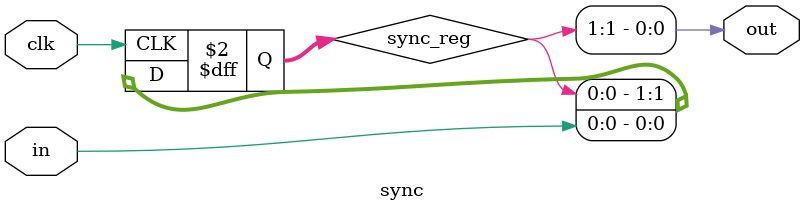
<source format=sv>

module sync #(
  parameter STAGES = 2
) (
  input  clk,
  input  in,
  output out
);

  (* ASYNC_REG = "TRUE" *)
  logic [STAGES-1: 0] sync_reg;

  always @(posedge clk) begin
     sync_reg <= {sync_reg[STAGES-2:0], in};
  end

  assign out = sync_reg[STAGES-1] ;

endmodule


</source>
